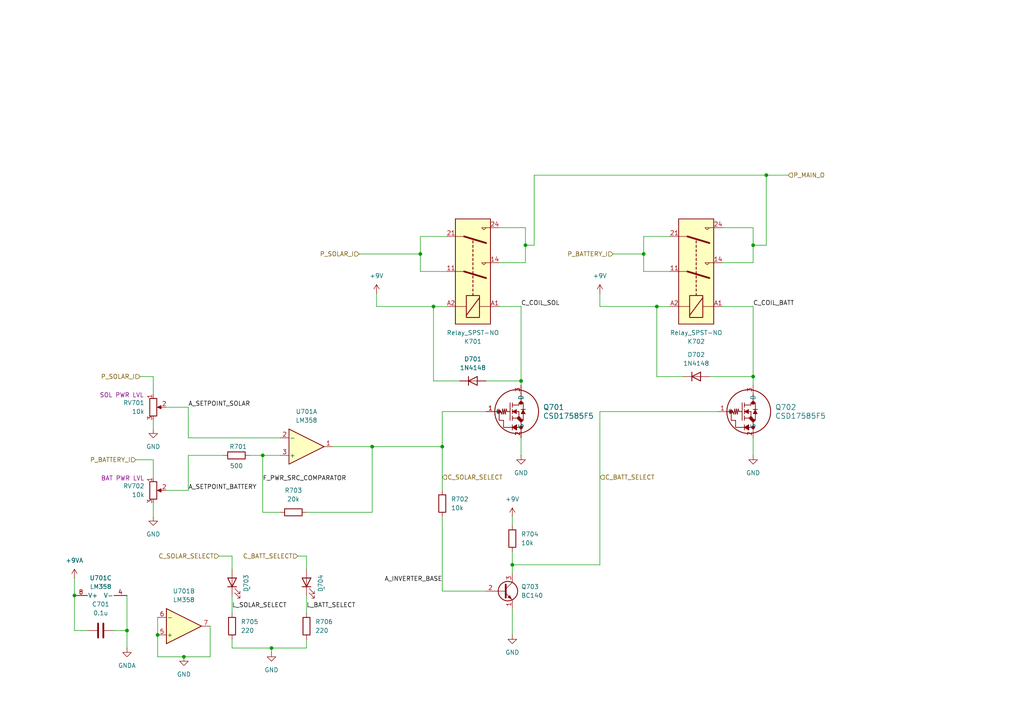
<source format=kicad_sch>
(kicad_sch (version 20250114) (generator "eeschema") (generator_version "9.0")
  (paper "A4")
  (title_block (title "Power selector") (date "2026-01-28") (rev "1") (company "LKP Systemes") (comment 1 "Relay switching system for battery / solar raw power selection"))
  (lib_symbols
    (symbol "CSD17585F5_2" (pin_names (offset 0.254))
      (property "Reference" "Q" (at 18.542 1.905 0))
      (property "Value" "CSD17585F5" (at 18.542 -2.54 0))
      (symbol "CSD17585F5_2_0_1"
        (polyline (pts (xy 2.54 0) (xy 4.318 0)) (stroke (width 0.2032)))
        (polyline (pts (xy 3.81 0) (xy 3.81 -2.54)) (stroke (width 0.2032)))
        (circle (center 3.81 0) (radius 0.0254) (stroke (width 0.508)))
        (polyline (pts (xy 3.81 -2.54) (xy 5.08 -2.54)) (stroke (width 0.2032)))
        (polyline (pts (xy 4.318 0) (xy 4.572 -0.762)) (stroke (width 0.2032)))
        (polyline (pts (xy 4.572 -0.762) (xy 4.826 0.762)) (stroke (width 0.2032)))
        (polyline (pts (xy 4.826 0.762) (xy 5.08 -0.762)) (stroke (width 0.2032)))
        (polyline (pts (xy 5.08 -4.572) (xy 5.08 -2.54)) (stroke (width 0.2032)))
        (polyline (pts (xy 5.334 0.762) (xy 5.08 -0.762)) (stroke (width 0.2032)))
        (polyline (pts (xy 5.334 0.762) (xy 5.588 -0.762)) (stroke (width 0.2032)))
        (polyline (pts (xy 5.588 -0.762) (xy 5.842 0.762)) (stroke (width 0.2032)))
        (polyline (pts (xy 5.842 0.762) (xy 6.096 0)) (stroke (width 0.2032)))
        (polyline (pts (xy 6.096 0) (xy 6.985 0)) (stroke (width 0.2032)))
        (polyline (pts (xy 6.985 -2.54) (xy 6.985 2.54)) (stroke (width 0.2032)))
        (polyline (pts (xy 7.62 1.905) (xy 9.525 1.905)) (stroke (width 0.2032)))
        (polyline (pts (xy 7.62 1.27) (xy 7.62 2.54)) (stroke (width 0.2032)))
        (polyline (pts (xy 7.62 -0.635) (xy 7.62 0.635)) (stroke (width 0.2032)))
        (polyline (pts (xy 7.62 -1.905) (xy 9.525 -1.905)) (stroke (width 0.2032)))
        (polyline (pts (xy 7.62 -2.54) (xy 7.62 -1.27)) (stroke (width 0.2032)))
        (polyline (pts (xy 7.62 -4.572) (xy 8.89 -4.826)) (fill (type outline)))
        (polyline (pts (xy 7.62 -4.572) (xy 8.89 -5.334)) (stroke (width 0.2032)))
        (polyline (pts (xy 7.62 -4.572) (xy 8.89 -5.334) (xy 8.89 -3.81)) (fill (type outline)))
        (polyline (pts (xy 7.62 -5.334) (xy 7.62 -3.81)) (stroke (width 0.2032)))
        (polyline (pts (xy 8.89 0.635) (xy 7.62 0) (xy 8.89 -0.635)) (fill (type outline)))
        (polyline (pts (xy 8.89 0) (xy 9.525 0)) (stroke (width 0.2032)))
        (circle (center 8.89 0) (radius 6.35) (stroke (width 0.254)))
        (polyline (pts (xy 8.89 -3.81) (xy 7.62 -4.572)) (stroke (width 0.2032)))
        (polyline (pts (xy 8.89 -5.334) (xy 8.89 -3.81)) (stroke (width 0.2032)))
        (polyline (pts (xy 9.525 2.54) (xy 10.795 2.54)) (stroke (width 0.2032)))
        (polyline (pts (xy 9.525 1.905) (xy 9.525 2.54)) (stroke (width 0.2032)))
        (circle (center 9.525 -1.905) (radius 0.0254) (stroke (width 0.508)))
        (polyline (pts (xy 9.525 -2.54) (xy 9.525 0)) (stroke (width 0.2032)))
        (polyline (pts (xy 9.525 -2.54) (xy 10.795 -2.54)) (stroke (width 0.2032)))
        (polyline (pts (xy 10.16 5.08) (xy 10.16 2.54)) (stroke (width 0.2032)))
        (circle (center 10.16 2.54) (radius 0.0254) (stroke (width 0.508)))
        (polyline (pts (xy 10.16 -2.54) (xy 10.16 -5.08)) (stroke (width 0.2032)))
        (circle (center 10.16 -2.54) (radius 0.0254) (stroke (width 0.508)))
        (polyline (pts (xy 10.16 -4.572) (xy 5.08 -4.572)) (stroke (width 0.2032)))
        (circle (center 10.16 -4.572) (radius 0.0254) (stroke (width 0.508)))
        (polyline (pts (xy 10.795 0.635) (xy 10.795 2.54)) (stroke (width 0.2032)))
        (polyline (pts (xy 10.795 -2.54) (xy 10.795 -0.635)) (stroke (width 0.2032)))
        (polyline (pts (xy 11.43 0.635) (xy 10.16 0.635)) (stroke (width 0.2032)))
        (polyline (pts (xy 11.43 -0.635) (xy 10.16 -0.635) (xy 10.795 0.635)) (fill (type outline)))
        (pin passive line (at 0 0 0) (length 2.54) (name "G") (number "1"))
        (pin passive line (at 10.16 7.62 270) (length 2.54) (name "D") (number "3"))
        (pin passive line (at 10.16 -7.62 90) (length 2.54) (name "S") (number "2"))
      )
    )
    (symbol "Device:C" (pin_numbers (hide yes)) (pin_names (offset 0.254))
      (property "Reference" "C" (at 0.635 2.54 0))
      (property "Value" "C" (at 0.635 -2.54 0))
      (symbol "C_0_1"
        (polyline (pts (xy -2.032 0.762) (xy 2.032 0.762)) (stroke (width 0.508)))
        (polyline (pts (xy -2.032 -0.762) (xy 2.032 -0.762)) (stroke (width 0.508)))
      )
      (symbol "C_1_1"
        (pin passive line (at 0 3.81 270) (length 2.794) (name "~") (number "1"))
        (pin passive line (at 0 -3.81 90) (length 2.794) (name "~") (number "2"))
      )
    )
    (symbol "Device:LED" (pin_numbers (hide yes)) (pin_names (offset 1.016) (hide yes))
      (property "Reference" "D" (at 0 2.54 0))
      (property "Value" "LED" (at 0 -2.54 0))
      (symbol "LED_0_1"
        (polyline (pts (xy -3.048 -0.762) (xy -4.572 -2.286) (xy -3.81 -2.286) (xy -4.572 -2.286) (xy -4.572 -1.524)))
        (polyline (pts (xy -1.778 -0.762) (xy -3.302 -2.286) (xy -2.54 -2.286) (xy -3.302 -2.286) (xy -3.302 -1.524)))
        (polyline (pts (xy -1.27 0) (xy 1.27 0)))
        (polyline (pts (xy -1.27 -1.27) (xy -1.27 1.27)) (stroke (width 0.254)))
        (polyline (pts (xy 1.27 -1.27) (xy 1.27 1.27) (xy -1.27 0) (xy 1.27 -1.27)) (stroke (width 0.254)))
      )
      (symbol "LED_1_1"
        (pin passive line (at -3.81 0 0) (length 2.54) (name "K") (number "1"))
        (pin passive line (at 3.81 0 180) (length 2.54) (name "A") (number "2"))
      )
    )
    (symbol "Device:R" (pin_numbers (hide yes)) (pin_names (offset 0))
      (property "Reference" "R" (at 2.032 0 90))
      (property "Value" "R" (at 0 0 90))
      (symbol "R_0_1"
        (rectangle (start -1.016 -2.54) (end 1.016 2.54) (stroke (width 0.254)))
      )
      (symbol "R_1_1"
        (pin passive line (at 0 3.81 270) (length 1.27) (name "~") (number "1"))
        (pin passive line (at 0 -3.81 90) (length 1.27) (name "~") (number "2"))
      )
    )
    (symbol "Device:R_Potentiometer" (pin_names (offset 1.016) (hide yes))
      (property "Reference" "RV" (at -4.445 0 90))
      (property "Value" "R_Potentiometer" (at -2.54 0 90))
      (symbol "R_Potentiometer_0_1"
        (rectangle (start 1.016 2.54) (end -1.016 -2.54) (stroke (width 0.254)))
        (polyline (pts (xy 1.143 0) (xy 2.286 0.508) (xy 2.286 -0.508) (xy 1.143 0)) (fill (type outline)))
        (polyline (pts (xy 2.54 0) (xy 1.524 0)))
      )
      (symbol "R_Potentiometer_1_1"
        (pin passive line (at 0 3.81 270) (length 1.27) (name "1") (number "1"))
        (pin passive line (at 0 -3.81 90) (length 1.27) (name "3") (number "3"))
        (pin passive line (at 3.81 0 180) (length 1.27) (name "2") (number "2"))
      )
    )
    (symbol "Diode:1N4148" (pin_numbers (hide yes)) (pin_names (hide yes))
      (property "Reference" "D" (at 0 2.54 0))
      (property "Value" "1N4148" (at 0 -2.54 0))
      (symbol "1N4148_0_1"
        (polyline (pts (xy -1.27 1.27) (xy -1.27 -1.27)) (stroke (width 0.254)))
        (polyline (pts (xy 1.27 1.27) (xy 1.27 -1.27) (xy -1.27 0) (xy 1.27 1.27)) (stroke (width 0.254)))
        (polyline (pts (xy 1.27 0) (xy -1.27 0)))
      )
      (symbol "1N4148_1_1"
        (pin passive line (at -3.81 0 0) (length 2.54) (name "K") (number "1"))
        (pin passive line (at 3.81 0 180) (length 2.54) (name "A") (number "2"))
      )
    )
    (symbol "LM358:LM358" (pin_names (offset 0.127))
      (property "Reference" "U" (at 0 5.08 0))
      (property "Value" "LM358" (at 0 -5.08 0))
      (symbol "LM358_1_1"
        (polyline (pts (xy -5.08 5.08) (xy 5.08 0) (xy -5.08 -5.08) (xy -5.08 5.08)) (stroke (width 0.254)) (fill (type background)))
        (pin input line (at -7.62 2.54 0) (length 2.54) (name "-") (number "2"))
        (pin input line (at -7.62 -2.54 0) (length 2.54) (name "+") (number "3"))
        (pin output line (at 7.62 0 180) (length 2.54) (name "~") (number "1"))
      )
      (symbol "LM358_2_1"
        (polyline (pts (xy -5.08 5.08) (xy 5.08 0) (xy -5.08 -5.08) (xy -5.08 5.08)) (stroke (width 0.254)) (fill (type background)))
        (pin input line (at -7.62 2.54 0) (length 2.54) (name "-") (number "6"))
        (pin input line (at -7.62 -2.54 0) (length 2.54) (name "+") (number "5"))
        (pin output line (at 7.62 0 180) (length 2.54) (name "~") (number "7"))
      )
      (symbol "LM358_3_1"
        (pin power_in line (at -2.54 7.62 270) (length 3.81) (name "V+") (number "8"))
        (pin power_in line (at -2.54 -7.62 90) (length 3.81) (name "V-") (number "4"))
      )
    )
    (symbol "Relay:RT44xxxx"
      (property "Reference" "K" (at 16.51 3.81 0))
      (property "Value" "RT44xxxx" (at 16.51 1.27 0))
      (symbol "RT44xxxx_0_1"
        (rectangle (start -15.24 5.08) (end 15.24 -5.08) (stroke (width 0.254)) (fill (type background)))
        (rectangle (start -13.335 1.905) (end -6.985 -1.905) (stroke (width 0.254)))
        (polyline (pts (xy -12.7 -1.905) (xy -7.62 1.905)) (stroke (width 0.254)))
        (polyline (pts (xy -10.16 5.08) (xy -10.16 1.905)))
        (polyline (pts (xy -10.16 -5.08) (xy -10.16 -1.905)))
        (polyline (pts (xy -6.985 0) (xy -6.35 0)) (stroke (width 0.254)))
        (polyline (pts (xy -5.715 0) (xy -5.08 0)) (stroke (width 0.254)))
        (polyline (pts (xy -4.445 0) (xy -3.81 0)) (stroke (width 0.254)))
        (polyline (pts (xy -3.175 0) (xy -2.54 0)) (stroke (width 0.254)))
        (polyline (pts (xy -1.905 0) (xy -1.27 0)) (stroke (width 0.254)))
        (polyline (pts (xy -0.635 0) (xy 0 0)) (stroke (width 0.254)))
        (polyline (pts (xy 0 -2.54) (xy -1.905 3.81)) (stroke (width 0.508)))
        (polyline (pts (xy 0 -2.54) (xy 0 -5.08)))
        (polyline (pts (xy 0.635 0) (xy 1.27 0)) (stroke (width 0.254)))
        (polyline (pts (xy 1.905 0) (xy 2.54 0)) (stroke (width 0.254)))
        (polyline (pts (xy 2.54 5.08) (xy 2.54 2.54) (xy 1.905 3.175) (xy 2.54 3.81)))
        (polyline (pts (xy 3.175 0) (xy 3.81 0)) (stroke (width 0.254)))
        (polyline (pts (xy 4.445 0) (xy 5.08 0)) (stroke (width 0.254)))
        (polyline (pts (xy 5.715 0) (xy 6.35 0)) (stroke (width 0.254)))
        (polyline (pts (xy 6.985 0) (xy 7.62 0)) (stroke (width 0.254)))
        (polyline (pts (xy 8.255 0) (xy 8.89 0)) (stroke (width 0.254)))
        (polyline (pts (xy 10.16 -2.54) (xy 8.255 3.81)) (stroke (width 0.508)))
        (polyline (pts (xy 10.16 -2.54) (xy 10.16 -5.08)))
        (polyline (pts (xy 12.7 5.08) (xy 12.7 2.54) (xy 12.065 3.175) (xy 12.7 3.81)))
      )
      (symbol "RT44xxxx_1_1"
        (pin passive line (at -10.16 7.62 270) (length 2.54) (name "~") (number "A1"))
        (pin passive line (at -10.16 -7.62 90) (length 2.54) (name "~") (number "A2"))
        (pin passive line (at 0 -7.62 90) (length 2.54) (name "~") (number "11"))
        (pin passive line (at 2.54 7.62 270) (length 2.54) (name "~") (number "14"))
        (pin passive line (at 10.16 -7.62 90) (length 2.54) (name "~") (number "21"))
        (pin passive line (at 12.7 7.62 270) (length 2.54) (name "~") (number "24"))
      )
    )
    (symbol "Transistor_BJT:BC140" (pin_names (offset 0) (hide yes))
      (property "Reference" "Q" (at 5.08 1.905 0))
      (property "Value" "BC140" (at 5.08 0 0))
      (symbol "BC140_0_1"
        (polyline (pts (xy -2.54 0) (xy 0.635 0)))
        (polyline (pts (xy 0.635 1.905) (xy 0.635 -1.905)) (stroke (width 0.508)))
        (circle (center 1.27 0) (radius 2.8194) (stroke (width 0.254)))
      )
      (symbol "BC140_1_1"
        (polyline (pts (xy 0.635 0.635) (xy 2.54 2.54)))
        (polyline (pts (xy 0.635 -0.635) (xy 2.54 -2.54)))
        (polyline (pts (xy 1.27 -1.778) (xy 1.778 -1.27) (xy 2.286 -2.286) (xy 1.27 -1.778)) (fill (type outline)))
        (pin input line (at -5.08 0 0) (length 2.54) (name "B") (number "2"))
        (pin passive line (at 2.54 5.08 270) (length 2.54) (name "C") (number "3"))
        (pin passive line (at 2.54 -5.08 90) (length 2.54) (name "E") (number "1"))
      )
    )
    (symbol "power:+9V" (power) (pin_numbers (hide yes)) (pin_names (offset 0) (hide yes))
      (property "Value" "+9V" (at 0 3.556 0))
      (symbol "+9V_0_1"
        (polyline (pts (xy -0.762 1.27) (xy 0 2.54)))
        (polyline (pts (xy 0 2.54) (xy 0.762 1.27)))
        (polyline (pts (xy 0 0) (xy 0 2.54)))
      )
      (symbol "+9V_1_1"
        (pin power_in line (at 0 0 90) (length 0) (name "~") (number "1"))
      )
    )
    (symbol "power:+9VA" (power) (pin_numbers (hide yes)) (pin_names (offset 0) (hide yes))
      (property "Value" "+9VA" (at 0 3.556 0))
      (symbol "+9VA_0_1"
        (polyline (pts (xy -0.762 1.27) (xy 0 2.54)))
        (polyline (pts (xy 0 2.54) (xy 0.762 1.27)))
        (polyline (pts (xy 0 0) (xy 0 2.54)))
      )
      (symbol "+9VA_1_1"
        (pin power_in line (at 0 0 90) (length 0) (name "~") (number "1"))
      )
    )
    (symbol "power:GND" (power) (pin_numbers (hide yes)) (pin_names (offset 0) (hide yes))
      (property "Value" "GND" (at 0 -3.81 0))
      (symbol "GND_0_1"
        (polyline (pts (xy 0 0) (xy 0 -1.27) (xy 1.27 -1.27) (xy 0 -2.54) (xy -1.27 -1.27) (xy 0 -1.27)))
      )
      (symbol "GND_1_1"
        (pin power_in line (at 0 0 270) (length 0) (name "~") (number "1"))
      )
    )
    (symbol "power:GNDA" (power) (pin_numbers (hide yes)) (pin_names (offset 0) (hide yes))
      (property "Value" "GNDA" (at 0 -3.81 0))
      (symbol "GNDA_0_1"
        (polyline (pts (xy 0 0) (xy 0 -1.27) (xy 1.27 -1.27) (xy 0 -2.54) (xy -1.27 -1.27) (xy 0 -1.27)))
      )
      (symbol "GNDA_1_1"
        (pin power_in line (at 0 0 270) (length 0) (name "~") (number "1"))
      )
    )
  )
  (junction (at 222.25 50.8))
  (junction (at 186.69 73.66))
  (junction (at 78.74 187.96))
  (junction (at 76.2 132.08))
  (junction (at 218.44 109.22))
  (junction (at 151.13 110.49))
  (junction (at 152.4 71.12))
  (junction (at 218.44 71.12))
  (junction (at 21.59 172.72))
  (junction (at 125.73 88.9))
  (junction (at 121.92 73.66))
  (junction (at 53.34 190.5))
  (junction (at 36.83 182.88))
  (junction (at 190.5 88.9))
  (junction (at 148.59 163.83))
  (junction (at 45.72 184.15))
  (junction (at 128.27 129.54))
  (junction (at 107.95 129.54))
  (wire (pts (xy 218.44 127) (xy 218.44 132.08)))
  (wire (pts (xy 128.27 149.86) (xy 128.27 171.45)))
  (wire (pts (xy 222.25 71.12) (xy 222.25 50.8)))
  (wire (pts (xy 190.5 88.9) (xy 194.31 88.9)))
  (wire (pts (xy 21.59 167.64) (xy 21.59 172.72)))
  (wire (pts (xy 190.5 109.22) (xy 198.12 109.22)))
  (wire (pts (xy 148.59 163.83) (xy 148.59 166.37)))
  (wire (pts (xy 33.02 182.88) (xy 36.83 182.88)))
  (wire (pts (xy 86.36 161.29) (xy 88.9 161.29)))
  (wire (pts (xy 121.92 68.58) (xy 121.92 73.66)))
  (wire (pts (xy 63.5 161.29) (xy 67.31 161.29)))
  (wire (pts (xy 76.2 132.08) (xy 81.28 132.08)))
  (wire (pts (xy 88.9 172.72) (xy 88.9 177.8)))
  (wire (pts (xy 140.97 110.49) (xy 151.13 110.49)))
  (wire (pts (xy 109.22 85.09) (xy 109.22 88.9)))
  (wire (pts (xy 173.99 85.09) (xy 173.99 88.9)))
  (wire (pts (xy 186.69 78.74) (xy 194.31 78.74)))
  (wire (pts (xy 173.99 119.38) (xy 173.99 163.83)))
  (wire (pts (xy 36.83 182.88) (xy 36.83 172.72)))
  (wire (pts (xy 186.69 68.58) (xy 186.69 73.66)))
  (wire (pts (xy 60.96 181.61) (xy 60.96 190.5)))
  (wire (pts (xy 107.95 148.59) (xy 107.95 129.54)))
  (wire (pts (xy 209.55 76.2) (xy 218.44 76.2)))
  (wire (pts (xy 190.5 109.22) (xy 190.5 88.9)))
  (wire (pts (xy 36.83 182.88) (xy 36.83 187.96)))
  (wire (pts (xy 154.94 50.8) (xy 222.25 50.8)))
  (wire (pts (xy 144.78 66.04) (xy 152.4 66.04)))
  (wire (pts (xy 48.26 142.24) (xy 54.61 142.24)))
  (wire (pts (xy 144.78 76.2) (xy 152.4 76.2)))
  (wire (pts (xy 222.25 50.8) (xy 228.6 50.8)))
  (wire (pts (xy 54.61 142.24) (xy 54.61 132.08)))
  (wire (pts (xy 186.69 73.66) (xy 186.69 78.74)))
  (wire (pts (xy 148.59 149.86) (xy 148.59 152.4)))
  (wire (pts (xy 78.74 187.96) (xy 78.74 189.23)))
  (wire (pts (xy 177.8 73.66) (xy 186.69 73.66)))
  (wire (pts (xy 44.45 114.3) (xy 44.45 109.22)))
  (wire (pts (xy 152.4 71.12) (xy 154.94 71.12)))
  (wire (pts (xy 151.13 127) (xy 151.13 132.08)))
  (wire (pts (xy 151.13 111.76) (xy 151.13 110.49)))
  (wire (pts (xy 152.4 76.2) (xy 152.4 71.12)))
  (wire (pts (xy 67.31 172.72) (xy 67.31 177.8)))
  (wire (pts (xy 144.78 88.9) (xy 151.13 88.9)))
  (wire (pts (xy 39.37 133.35) (xy 44.45 133.35)))
  (wire (pts (xy 109.22 88.9) (xy 125.73 88.9)))
  (wire (pts (xy 107.95 129.54) (xy 128.27 129.54)))
  (wire (pts (xy 45.72 190.5) (xy 45.72 184.15)))
  (wire (pts (xy 67.31 187.96) (xy 78.74 187.96)))
  (wire (pts (xy 88.9 161.29) (xy 88.9 165.1)))
  (wire (pts (xy 148.59 176.53) (xy 148.59 184.15)))
  (wire (pts (xy 72.39 132.08) (xy 76.2 132.08)))
  (wire (pts (xy 125.73 88.9) (xy 129.54 88.9)))
  (wire (pts (xy 54.61 118.11) (xy 54.61 127)))
  (wire (pts (xy 133.35 110.49) (xy 125.73 110.49)))
  (wire (pts (xy 44.45 109.22) (xy 40.64 109.22)))
  (wire (pts (xy 121.92 68.58) (xy 129.54 68.58)))
  (wire (pts (xy 173.99 88.9) (xy 190.5 88.9)))
  (wire (pts (xy 218.44 76.2) (xy 218.44 71.12)))
  (wire (pts (xy 218.44 71.12) (xy 218.44 66.04)))
  (wire (pts (xy 48.26 118.11) (xy 54.61 118.11)))
  (wire (pts (xy 76.2 148.59) (xy 76.2 132.08)))
  (wire (pts (xy 121.92 78.74) (xy 129.54 78.74)))
  (wire (pts (xy 104.14 73.66) (xy 121.92 73.66)))
  (wire (pts (xy 44.45 138.43) (xy 44.45 133.35)))
  (wire (pts (xy 44.45 146.05) (xy 44.45 149.86)))
  (wire (pts (xy 173.99 119.38) (xy 208.28 119.38)))
  (wire (pts (xy 128.27 129.54) (xy 128.27 142.24)))
  (wire (pts (xy 78.74 187.96) (xy 88.9 187.96)))
  (wire (pts (xy 148.59 163.83) (xy 173.99 163.83)))
  (wire (pts (xy 152.4 71.12) (xy 152.4 66.04)))
  (wire (pts (xy 67.31 161.29) (xy 67.31 165.1)))
  (wire (pts (xy 88.9 148.59) (xy 107.95 148.59)))
  (wire (pts (xy 148.59 160.02) (xy 148.59 163.83)))
  (wire (pts (xy 205.74 109.22) (xy 218.44 109.22)))
  (wire (pts (xy 209.55 88.9) (xy 218.44 88.9)))
  (wire (pts (xy 107.95 129.54) (xy 96.52 129.54)))
  (wire (pts (xy 186.69 68.58) (xy 194.31 68.58)))
  (wire (pts (xy 218.44 109.22) (xy 218.44 111.76)))
  (wire (pts (xy 54.61 132.08) (xy 64.77 132.08)))
  (wire (pts (xy 218.44 71.12) (xy 222.25 71.12)))
  (wire (pts (xy 53.34 190.5) (xy 45.72 190.5)))
  (wire (pts (xy 128.27 119.38) (xy 140.97 119.38)))
  (wire (pts (xy 128.27 171.45) (xy 140.97 171.45)))
  (wire (pts (xy 44.45 121.92) (xy 44.45 124.46)))
  (wire (pts (xy 218.44 88.9) (xy 218.44 109.22)))
  (wire (pts (xy 21.59 182.88) (xy 25.4 182.88)))
  (wire (pts (xy 121.92 73.66) (xy 121.92 78.74)))
  (wire (pts (xy 128.27 129.54) (xy 128.27 119.38)))
  (wire (pts (xy 45.72 179.07) (xy 45.72 184.15)))
  (wire (pts (xy 81.28 148.59) (xy 76.2 148.59)))
  (wire (pts (xy 125.73 88.9) (xy 125.73 110.49)))
  (wire (pts (xy 21.59 172.72) (xy 21.59 182.88)))
  (wire (pts (xy 67.31 185.42) (xy 67.31 187.96)))
  (wire (pts (xy 54.61 127) (xy 81.28 127)))
  (wire (pts (xy 154.94 71.12) (xy 154.94 50.8)))
  (wire (pts (xy 88.9 185.42) (xy 88.9 187.96)))
  (wire (pts (xy 218.44 66.04) (xy 209.55 66.04)))
  (wire (pts (xy 151.13 110.49) (xy 151.13 88.9)))
  (wire (pts (xy 60.96 190.5) (xy 53.34 190.5)))
  (label "C_COIL_BATT" (at 218.44 88.9 0))
  (label "L_SOLAR_SELECT" (at 67.31 176.53 0))
  (label "F_PWR_SRC_COMPARATOR" (at 76.2 139.7 0))
  (label "A_SETPOINT_BATTERY" (at 54.61 142.24 0))
  (label "L_BATT_SELECT" (at 88.9 176.53 0))
  (label "A_INVERTER_BASE" (at 128.27 168.91 180))
  (label "A_SETPOINT_SOLAR" (at 54.61 118.11 0))
  (label "C_COIL_SOL" (at 151.13 88.9 0))
  (hierarchical_label "C_BATT_SELECT" (shape input) (at 173.99 138.43 0))
  (hierarchical_label "C_BATT_SELECT" (shape input) (at 86.36 161.29 180))
  (hierarchical_label "P_BATTERY_I" (shape input) (at 177.8 73.66 180))
  (hierarchical_label "P_SOLAR_I" (shape input) (at 104.14 73.66 180))
  (hierarchical_label "C_SOLAR_SELECT" (shape input) (at 63.5 161.29 180))
  (hierarchical_label "P_BATTERY_I" (shape input) (at 39.37 133.35 180))
  (hierarchical_label "C_SOLAR_SELECT" (shape input) (at 128.27 138.43 0))
  (hierarchical_label "P_MAIN_O" (shape input) (at 228.6 50.8 0))
  (hierarchical_label "P_SOLAR_I" (shape input) (at 40.64 109.22 180))
  (symbol (lib_id "power:GND") (at 148.59 184.15 0) (unit 1)
    (property "Reference" "#PWR0139" (effects (hide yes)))
    (property "Value" "GND" (at 148.59 189.23 0))
    (property "Description" "Power symbol creates a global label with name \"GND\" , ground" (effects (hide yes)))
  )
  (symbol (lib_id "Device:C") (at 29.21 182.88 90) (unit 1)
    (property "Reference" "C701" (at 29.21 175.26 90))
    (property "Value" "0.1u" (at 29.21 177.8 90))
    (property "Footprint" "Capacitor_SMD:C_1206_3216Metric" (effects (hide yes)))
    (property "Description" "Unpolarized capacitor" (effects (hide yes)))
  )
  (symbol (lib_name "CSD17585F5_2") (lib_id "mosfet_small:CSD17585F5") (at 208.28 119.38 0) (unit 1)
    (property "Reference" "Q702" (at 224.79 118.1099 0) (effects (font (size 1.524 1.524)) (justify left)))
    (property "Value" "CSD17585F5" (at 224.79 120.6499 0) (effects (font (size 1.524 1.524)) (justify left)))
    (property "Footprint" "mosfet_small:PICOSTAR3_YJK_TEX" (effects (hide yes)))
    (property "Datasheet" "https://www.ti.com/lit/gpn/csd17585f5" (effects (hide yes)))
  )
  (symbol (lib_id "power:GND") (at 78.74 189.23 0) (unit 1)
    (property "Reference" "#PWR0703" (effects (hide yes)))
    (property "Value" "GND" (at 78.74 194.31 0))
    (property "Description" "Power symbol creates a global label with name \"GND\" , ground" (effects (hide yes)))
  )
  (symbol (lib_id "Device:LED") (at 88.9 168.91 90) (unit 1)
    (property "Reference" "D704" (at 92.964 169.164 0))
    (property "Value" "~" (at 93.98 170.4975 0))
    (property "Footprint" "LED_SMD:LED_1206_3216Metric" (effects (hide yes)))
    (property "Description" "Light emitting diode" (effects (hide yes)))
    (property "Sim.Pins" "1=K 2=A" (effects (hide yes)))
    (property "Purpose" "PANEL FAILURE" (effects (hide yes)))
  )
  (symbol (lib_id "Device:R") (at 85.09 148.59 90) (unit 1)
    (property "Reference" "R703" (at 85.09 142.24 90))
    (property "Value" "20k" (at 85.09 144.78 90))
    (property "Footprint" "Resistor_SMD:R_1206_3216Metric" (effects (hide yes)))
    (property "Description" "Resistor" (effects (hide yes)))
  )
  (symbol (lib_id "Relay:RT44xxxx") (at 201.93 78.74 270) (mirror x) (unit 1)
    (property "Reference" "K702" (at 201.93 99.06 90))
    (property "Value" "Relay_SPST-NO" (at 201.93 96.52 90))
    (property "Footprint" "Relay_THT:Relay_DPST_Schrack-RT2-FormA_RM5mm" (effects (hide yes)))
    (property "Datasheet" "http://www.te.com/commerce/DocumentDelivery/DDEController?Action=showdoc&DocId=Data+Sheet%7FRT2%7F1014%7Fpdf%7FEnglish%7FENG_DS_RT2_1014.pdf%7F6-1393243-3" (effects (hide yes)))
    (property "Description" "Schrack RT2 relay, monostable dual pole normally open, DC or AC coil" (effects (hide yes)))
  )
  (symbol (lib_id "power:GNDA") (at 36.83 187.96 0) (unit 1)
    (property "Reference" "#PWR0705" (effects (hide yes)))
    (property "Value" "GNDA" (at 36.83 193.04 0))
    (property "Description" "Power symbol creates a global label with name \"GNDA\" , analog ground" (effects (hide yes)))
  )
  (symbol (lib_id "LM358:LM358") (at 29.21 170.18 90) (unit 3)
    (property "Reference" "U701" (at 29.21 167.64 90))
    (property "Value" "LM358" (at 29.21 170.18 90))
    (property "Footprint" "lm358:SOIC8_D_TEX" (effects (hide yes)))
    (property "Datasheet" "http://www.ti.com/lit/ds/symlink/lm2904-n.pdf" (effects (hide yes)))
    (property "Description" "Low-Power, Dual Operational Amplifiers, DIP-8/SOIC-8/TO-99-8" (effects (hide yes)))
  )
  (symbol (lib_id "LM358:LM358") (at 88.9 129.54 0) (unit 1)
    (property "Reference" "U701" (at 88.9 119.38 0))
    (property "Value" "LM358" (at 88.9 121.92 0))
    (property "Footprint" "lm358:SOIC8_D_TEX" (effects (hide yes)))
    (property "Datasheet" "http://www.ti.com/lit/ds/symlink/lm2904-n.pdf" (effects (hide yes)))
    (property "Description" "Low-Power, Dual Operational Amplifiers, DIP-8/SOIC-8/TO-99-8" (effects (hide yes)))
  )
  (symbol (lib_id "LM358:LM358") (at 53.34 181.61 0) (unit 2)
    (property "Reference" "U701" (at 53.34 171.45 0))
    (property "Value" "LM358" (at 53.34 173.99 0))
    (property "Footprint" "lm358:SOIC8_D_TEX" (effects (hide yes)))
    (property "Datasheet" "http://www.ti.com/lit/ds/symlink/lm2904-n.pdf" (effects (hide yes)))
    (property "Description" "Low-Power, Dual Operational Amplifiers, DIP-8/SOIC-8/TO-99-8" (effects (hide yes)))
  )
  (symbol (lib_id "Device:R") (at 68.58 132.08 90) (unit 1)
    (property "Reference" "R701" (at 69.088 129.54 90))
    (property "Value" "500" (at 68.58 135.128 90))
    (property "Footprint" "Resistor_SMD:R_1206_3216Metric" (effects (hide yes)))
    (property "Description" "Resistor" (effects (hide yes)))
  )
  (symbol (lib_name "CSD17585F5_2") (lib_id "mosfet_small:CSD17585F5") (at 140.97 119.38 0) (unit 1)
    (property "Reference" "Q701" (at 157.48 118.1099 0) (effects (font (size 1.524 1.524)) (justify left)))
    (property "Value" "CSD17585F5" (at 157.48 120.6499 0) (effects (font (size 1.524 1.524)) (justify left)))
    (property "Footprint" "mosfet_small:PICOSTAR3_YJK_TEX" (effects (hide yes)))
    (property "Datasheet" "https://www.ti.com/lit/gpn/csd17585f5" (effects (hide yes)))
  )
  (symbol (lib_id "Device:R") (at 128.27 146.05 180) (unit 1)
    (property "Reference" "R702" (at 130.81 144.7799 0) (effects (justify right)))
    (property "Value" "10k" (at 130.81 147.3199 0) (effects (justify right)))
    (property "Footprint" "Resistor_SMD:R_1206_3216Metric" (effects (hide yes)))
    (property "Description" "Resistor" (effects (hide yes)))
  )
  (symbol (lib_id "Device:R") (at 67.31 181.61 180) (unit 1)
    (property "Reference" "R705" (at 69.85 180.3399 0) (effects (justify right)))
    (property "Value" "220" (at 69.85 182.8799 0) (effects (justify right)))
    (property "Footprint" "Resistor_SMD:R_1206_3216Metric" (effects (hide yes)))
    (property "Description" "Resistor" (effects (hide yes)))
  )
  (symbol (lib_id "power:+9V") (at 148.59 149.86 0) (unit 1)
    (property "Reference" "#PWR0141" (effects (hide yes)))
    (property "Value" "+9V" (at 148.59 144.78 0))
    (property "Description" "Power symbol creates a global label with name \"+9V\"" (effects (hide yes)))
  )
  (symbol (lib_id "Device:R_Potentiometer") (at 44.45 142.24 0) (unit 1)
    (property "Reference" "RV702" (at 41.91 140.9699 0) (effects (justify right)))
    (property "Value" "10k" (at 41.91 143.5099 0) (effects (justify right)))
    (property "Footprint" "Potentiometer_SMD:Potentiometer_Bourns_3314G_Vertical" (effects (hide yes)))
    (property "Description" "Potentiometer" (effects (hide yes)))
    (property "Purpose" "BAT PWR LVL" (at 35.56 138.684 0))
  )
  (symbol (lib_id "Device:R_Potentiometer") (at 44.45 118.11 0) (unit 1)
    (property "Reference" "RV701" (at 41.91 116.8399 0) (effects (justify right)))
    (property "Value" "10k" (at 41.91 119.3799 0) (effects (justify right)))
    (property "Footprint" "Potentiometer_SMD:Potentiometer_Bourns_3314G_Vertical" (effects (hide yes)))
    (property "Description" "Potentiometer" (effects (hide yes)))
    (property "Purpose" "SOL PWR LVL" (at 35.306 114.554 0))
  )
  (symbol (lib_id "Device:R") (at 88.9 181.61 180) (unit 1)
    (property "Reference" "R706" (at 91.44 180.3399 0) (effects (justify right)))
    (property "Value" "220" (at 91.44 182.8799 0) (effects (justify right)))
    (property "Footprint" "Resistor_SMD:R_1206_3216Metric" (effects (hide yes)))
    (property "Description" "Resistor" (effects (hide yes)))
  )
  (symbol (lib_id "power:+9V") (at 109.22 85.09 0) (unit 1)
    (property "Reference" "#PWR0138" (effects (hide yes)))
    (property "Value" "+9V" (at 109.22 80.01 0))
    (property "Description" "Power symbol creates a global label with name \"+9V\"" (effects (hide yes)))
  )
  (symbol (lib_id "Device:LED") (at 67.31 168.91 90) (unit 1)
    (property "Reference" "D703" (at 71.374 169.164 0))
    (property "Value" "~" (at 72.39 170.4975 0))
    (property "Footprint" "LED_SMD:LED_1206_3216Metric" (effects (hide yes)))
    (property "Description" "Light emitting diode" (effects (hide yes)))
    (property "Sim.Pins" "1=K 2=A" (effects (hide yes)))
    (property "Purpose" "PANEL FAILURE" (effects (hide yes)))
  )
  (symbol (lib_id "power:GND") (at 44.45 149.86 0) (unit 1)
    (property "Reference" "#PWR0143" (effects (hide yes)))
    (property "Value" "GND" (at 44.45 154.94 0))
    (property "Description" "Power symbol creates a global label with name \"GND\" , ground" (effects (hide yes)))
  )
  (symbol (lib_id "Transistor_BJT:BC140") (at 146.05 171.45 0) (unit 1)
    (property "Reference" "Q703" (at 151.13 170.1799 0) (effects (justify left)))
    (property "Value" "BC140" (at 151.13 172.7199 0) (effects (justify left)))
    (property "Footprint" "Package_TO_SOT_SMD:SOT-323_SC-70" (effects (hide yes)))
    (property "Datasheet" "http://www.farnell.com/datasheets/296634.pdf" (effects (hide yes)))
    (property "Description" "1A Ic, 40V Vce, NPN Transistor, TO-39" (effects (hide yes)))
  )
  (symbol (lib_id "power:+9VA") (at 21.59 167.64 0) (unit 1)
    (property "Reference" "#PWR0704" (effects (hide yes)))
    (property "Value" "+9VA" (at 21.59 162.56 0))
    (property "Description" "Power symbol creates a global label with name \"+9VA\"" (effects (hide yes)))
  )
  (symbol (lib_id "power:GND") (at 44.45 124.46 0) (unit 1)
    (property "Reference" "#PWR0144" (effects (hide yes)))
    (property "Value" "GND" (at 44.45 129.54 0))
    (property "Description" "Power symbol creates a global label with name \"GND\" , ground" (effects (hide yes)))
  )
  (symbol (lib_id "Device:R") (at 148.59 156.21 180) (unit 1)
    (property "Reference" "R704" (at 151.13 154.9399 0) (effects (justify right)))
    (property "Value" "10k" (at 151.13 157.4799 0) (effects (justify right)))
    (property "Footprint" "Resistor_SMD:R_1206_3216Metric" (effects (hide yes)))
    (property "Description" "Resistor" (effects (hide yes)))
  )
  (symbol (lib_id "power:+9V") (at 173.99 85.09 0) (unit 1)
    (property "Reference" "#PWR0145" (effects (hide yes)))
    (property "Value" "+9V" (at 173.99 80.01 0))
    (property "Description" "Power symbol creates a global label with name \"+9V\"" (effects (hide yes)))
  )
  (symbol (lib_id "Diode:1N4148") (at 137.16 110.49 0) (unit 1)
    (property "Reference" "D701" (at 137.16 104.14 0))
    (property "Value" "1N4148" (at 137.16 106.68 0))
    (property "Footprint" "Diode_SMD:D_1206_3216Metric_Pad1.42x1.75mm_HandSolder" (effects (hide yes)))
    (property "Datasheet" "https://assets.nexperia.com/documents/data-sheet/1N4148_1N4448.pdf" (effects (hide yes)))
    (property "Description" "100V 0.15A standard switching diode, DO-35" (effects (hide yes)))
    (property "Sim.Device" "D" (effects (hide yes)))
    (property "Sim.Pins" "1=K 2=A" (effects (hide yes)))
  )
  (symbol (lib_id "Diode:1N4148") (at 201.93 109.22 0) (unit 1)
    (property "Reference" "D702" (at 201.93 102.87 0))
    (property "Value" "1N4148" (at 201.93 105.41 0))
    (property "Footprint" "Diode_SMD:D_1206_3216Metric_Pad1.42x1.75mm_HandSolder" (effects (hide yes)))
    (property "Datasheet" "https://assets.nexperia.com/documents/data-sheet/1N4148_1N4448.pdf" (effects (hide yes)))
    (property "Description" "100V 0.15A standard switching diode, DO-35" (effects (hide yes)))
    (property "Sim.Device" "D" (effects (hide yes)))
    (property "Sim.Pins" "1=K 2=A" (effects (hide yes)))
  )
  (symbol (lib_id "power:GND") (at 53.34 190.5 0) (unit 1)
    (property "Reference" "#PWR0701" (effects (hide yes)))
    (property "Value" "GND" (at 53.34 195.58 0))
    (property "Description" "Power symbol creates a global label with name \"GND\" , ground" (effects (hide yes)))
  )
  (symbol (lib_id "Relay:RT44xxxx") (at 137.16 78.74 270) (mirror x) (unit 1)
    (property "Reference" "K701" (at 137.16 99.06 90))
    (property "Value" "Relay_SPST-NO" (at 137.16 96.52 90))
    (property "Footprint" "Relay_THT:Relay_DPST_Schrack-RT2-FormA_RM5mm" (effects (hide yes)))
    (property "Datasheet" "http://www.te.com/commerce/DocumentDelivery/DDEController?Action=showdoc&DocId=Data+Sheet%7FRT2%7F1014%7Fpdf%7FEnglish%7FENG_DS_RT2_1014.pdf%7F6-1393243-3" (effects (hide yes)))
    (property "Description" "Schrack RT2 relay, monostable dual pole normally open, DC or AC coil" (effects (hide yes)))
  )
  (symbol (lib_id "power:GND") (at 151.13 132.08 0) (unit 1)
    (property "Reference" "#PWR0142" (effects (hide yes)))
    (property "Value" "GND" (at 151.13 137.16 0))
    (property "Description" "Power symbol creates a global label with name \"GND\" , ground" (effects (hide yes)))
  )
  (symbol (lib_id "power:GND") (at 218.44 132.08 0) (unit 1)
    (property "Reference" "#PWR0140" (effects (hide yes)))
    (property "Value" "GND" (at 218.44 137.16 0))
    (property "Description" "Power symbol creates a global label with name \"GND\" , ground" (effects (hide yes)))
  )
)
</source>
